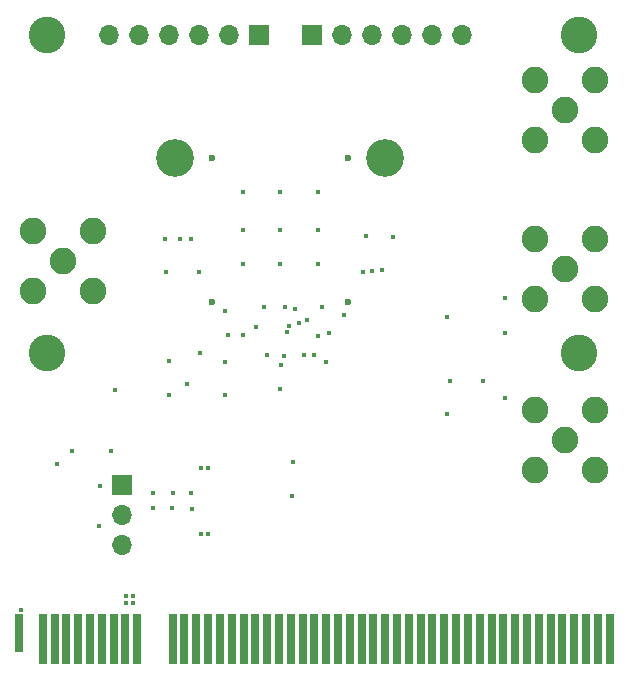
<source format=gbr>
%TF.GenerationSoftware,KiCad,Pcbnew,(5.1.10)-1*%
%TF.CreationDate,2021-08-04T12:31:07+02:00*%
%TF.ProjectId,astropix_v2,61737472-6f70-4697-985f-76322e6b6963,1.0*%
%TF.SameCoordinates,Original*%
%TF.FileFunction,Soldermask,Bot*%
%TF.FilePolarity,Negative*%
%FSLAX46Y46*%
G04 Gerber Fmt 4.6, Leading zero omitted, Abs format (unit mm)*
G04 Created by KiCad (PCBNEW (5.1.10)-1) date 2021-08-04 12:31:07*
%MOMM*%
%LPD*%
G01*
G04 APERTURE LIST*
%ADD10C,3.100000*%
%ADD11C,3.200000*%
%ADD12R,0.700000X4.300000*%
%ADD13R,0.700000X3.200000*%
%ADD14C,0.600000*%
%ADD15O,1.700000X1.700000*%
%ADD16R,1.700000X1.700000*%
%ADD17C,2.250000*%
%ADD18C,0.450000*%
G04 APERTURE END LIST*
D10*
%TO.C,H3*%
X108572000Y-54580000D03*
X153572000Y-54580000D03*
X108572000Y-81580000D03*
X153572000Y-81580000D03*
%TD*%
D11*
%TO.C,H2*%
X137160000Y-65024000D03*
%TD*%
%TO.C,H1*%
X119380000Y-65024000D03*
%TD*%
D12*
%TO.C,J1*%
X148172000Y-105791000D03*
X142172000Y-105791000D03*
X140172000Y-105791000D03*
X147172000Y-105791000D03*
X143172000Y-105791000D03*
X145172000Y-105791000D03*
X146172000Y-105791000D03*
X144172000Y-105791000D03*
X141172000Y-105791000D03*
X126172000Y-105791000D03*
X133172000Y-105791000D03*
D13*
X106172000Y-105241000D03*
D12*
X108172000Y-105791000D03*
X129172000Y-105791000D03*
X109172000Y-105791000D03*
X139172000Y-105791000D03*
X132172000Y-105791000D03*
X138172000Y-105791000D03*
X135172000Y-105791000D03*
X130172000Y-105791000D03*
X137172000Y-105791000D03*
X136172000Y-105791000D03*
X131172000Y-105791000D03*
X127172000Y-105791000D03*
X128172000Y-105791000D03*
X134172000Y-105791000D03*
X124172000Y-105791000D03*
X113172000Y-105791000D03*
X154172000Y-105791000D03*
X155172000Y-105791000D03*
X119172000Y-105791000D03*
X120172000Y-105791000D03*
X151172000Y-105791000D03*
X122172000Y-105791000D03*
X121172000Y-105791000D03*
X123172000Y-105791000D03*
X150172000Y-105791000D03*
X156172000Y-105791000D03*
X125172000Y-105791000D03*
X114172000Y-105791000D03*
X116172000Y-105791000D03*
X152172000Y-105791000D03*
X110172000Y-105791000D03*
X111172000Y-105791000D03*
X112172000Y-105791000D03*
X115172000Y-105791000D03*
X153172000Y-105791000D03*
X149172000Y-105791000D03*
%TD*%
D14*
%TO.C,U4*%
X122520000Y-77220000D03*
X134020000Y-77220000D03*
X122520000Y-65020000D03*
X134020000Y-65020000D03*
%TD*%
D15*
%TO.C,JP1*%
X114909600Y-97790000D03*
X114909600Y-95250000D03*
D16*
X114909600Y-92710000D03*
%TD*%
D15*
%TO.C,J10*%
X143637000Y-54610000D03*
X141097000Y-54610000D03*
X138557000Y-54610000D03*
X136017000Y-54610000D03*
X133477000Y-54610000D03*
D16*
X130937000Y-54610000D03*
%TD*%
D15*
%TO.C,J9*%
X113792000Y-54610000D03*
X116332000Y-54610000D03*
X118872000Y-54610000D03*
X121412000Y-54610000D03*
X123952000Y-54610000D03*
D16*
X126492000Y-54610000D03*
%TD*%
D17*
%TO.C,J6*%
X112395000Y-76327000D03*
X107315000Y-76327000D03*
X107315000Y-71247000D03*
X112395000Y-71247000D03*
X109855000Y-73787000D03*
%TD*%
%TO.C,J5*%
X149860000Y-58420000D03*
X154940000Y-58420000D03*
X154940000Y-63500000D03*
X149860000Y-63500000D03*
X152400000Y-60960000D03*
%TD*%
%TO.C,J4*%
X149860000Y-71882000D03*
X154940000Y-71882000D03*
X154940000Y-76962000D03*
X149860000Y-76962000D03*
X152400000Y-74422000D03*
%TD*%
%TO.C,J3*%
X149860000Y-86360000D03*
X154940000Y-86360000D03*
X154940000Y-91440000D03*
X149860000Y-91440000D03*
X152400000Y-88900000D03*
%TD*%
D18*
X128676400Y-77647800D03*
X126923800Y-77645000D03*
X118846600Y-82245200D03*
X123621800Y-82270606D03*
X121602198Y-91274600D03*
X122174010Y-91287600D03*
X129286000Y-93649798D03*
X131438370Y-80070025D03*
X130511716Y-78787014D03*
X147269200Y-76911200D03*
X145415000Y-83947000D03*
X125095000Y-80010000D03*
X122123200Y-96850200D03*
X121551404Y-96863200D03*
X131445000Y-74015600D03*
X125095000Y-74015600D03*
X128270000Y-74015600D03*
X131445000Y-71120000D03*
X128270000Y-71120000D03*
X125095000Y-71120000D03*
X131445000Y-67945000D03*
X128270000Y-67945000D03*
X125095000Y-67945000D03*
X114274600Y-84709000D03*
X133718300Y-78359000D03*
X129381490Y-90754206D03*
X126187200Y-79349600D03*
X129507436Y-77851000D03*
X132156200Y-82321400D03*
X132384800Y-79857600D03*
X129050524Y-79221109D03*
X147269200Y-79832200D03*
X142367000Y-86741000D03*
X142621000Y-83947000D03*
X147320000Y-85344000D03*
X113030000Y-92837000D03*
X120777000Y-94742000D03*
X117500400Y-93421200D03*
X119176800Y-93421200D03*
X120751600Y-93421200D03*
X121488200Y-81534000D03*
X115214400Y-102108000D03*
X115214400Y-102743000D03*
X115824000Y-102108000D03*
X115824000Y-102717600D03*
X117500388Y-94691200D03*
X113944400Y-89814398D03*
X110642400Y-89814400D03*
X120395996Y-84201000D03*
X123596400Y-85090006D03*
X123875800Y-80010004D03*
X131785620Y-77645014D03*
X118846600Y-85115400D03*
X119151402Y-94691200D03*
X112937990Y-96164400D03*
X142367000Y-78498694D03*
X131157489Y-81730881D03*
X130310139Y-81684664D03*
X127192846Y-81686398D03*
X129874775Y-78998077D03*
X128607447Y-81801912D03*
X128301510Y-84582000D03*
X106297030Y-103276400D03*
X118491000Y-71882000D03*
X118618000Y-74675996D03*
X121412000Y-74676000D03*
X120739311Y-71919689D03*
X119761000Y-71882000D03*
X136857490Y-74523574D03*
X135509000Y-71628000D03*
X137795000Y-71755000D03*
X136070000Y-74627402D03*
X135255000Y-74649590D03*
X109347000Y-90932000D03*
X123571000Y-78020022D03*
X128332510Y-82524600D03*
X128828800Y-79806800D03*
M02*

</source>
